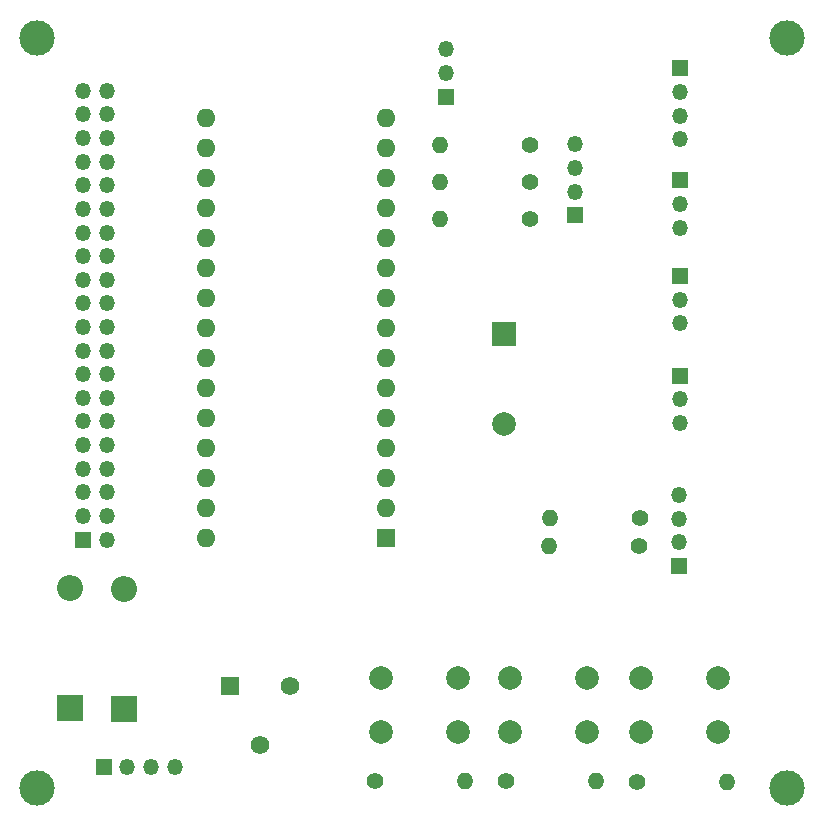
<source format=gts>
G04 #@! TF.GenerationSoftware,KiCad,Pcbnew,7.0.1*
G04 #@! TF.CreationDate,2023-05-07T18:37:19+02:00*
G04 #@! TF.ProjectId,carte_v2,63617274-655f-4763-922e-6b696361645f,rev?*
G04 #@! TF.SameCoordinates,Original*
G04 #@! TF.FileFunction,Soldermask,Top*
G04 #@! TF.FilePolarity,Negative*
%FSLAX46Y46*%
G04 Gerber Fmt 4.6, Leading zero omitted, Abs format (unit mm)*
G04 Created by KiCad (PCBNEW 7.0.1) date 2023-05-07 18:37:19*
%MOMM*%
%LPD*%
G01*
G04 APERTURE LIST*
%ADD10O,1.350000X1.350000*%
%ADD11R,1.350000X1.350000*%
%ADD12O,1.400000X1.400000*%
%ADD13C,1.400000*%
%ADD14R,2.000000X2.000000*%
%ADD15C,2.000000*%
%ADD16C,3.000000*%
%ADD17R,2.200000X2.200000*%
%ADD18O,2.200000X2.200000*%
%ADD19R,1.560000X1.560000*%
%ADD20C,1.560000*%
%ADD21R,1.600000X1.600000*%
%ADD22O,1.600000X1.600000*%
G04 APERTURE END LIST*
D10*
X176270000Y-76830000D03*
X176270000Y-78830000D03*
X176270000Y-80830000D03*
D11*
X176270000Y-82830000D03*
D12*
X165240000Y-81180000D03*
D13*
X172860000Y-81180000D03*
X172910000Y-78730000D03*
D12*
X165290000Y-78730000D03*
D11*
X176350000Y-50180000D03*
D10*
X176350000Y-52180000D03*
X176350000Y-54180000D03*
D11*
X156500000Y-43100000D03*
D10*
X156500000Y-41100000D03*
X156500000Y-39100000D03*
D13*
X163590000Y-53450000D03*
D12*
X155970000Y-53450000D03*
D13*
X150490000Y-101000000D03*
D12*
X158110000Y-101000000D03*
D13*
X163590000Y-47150000D03*
D12*
X155970000Y-47150000D03*
D11*
X127540000Y-99870000D03*
D10*
X129540000Y-99870000D03*
X131540000Y-99870000D03*
X133540000Y-99870000D03*
D11*
X176350000Y-58300000D03*
D10*
X176350000Y-60300000D03*
X176350000Y-62300000D03*
D14*
X161400000Y-63200000D03*
D15*
X161400000Y-70800000D03*
D13*
X172690000Y-101100000D03*
D12*
X180310000Y-101100000D03*
D16*
X121920000Y-38100000D03*
X121920000Y-101600000D03*
D11*
X176330000Y-66720000D03*
D10*
X176330000Y-68720000D03*
X176330000Y-70720000D03*
D17*
X124710000Y-94890000D03*
D18*
X124710000Y-84730000D03*
D19*
X138270000Y-92980000D03*
D20*
X140770000Y-97980000D03*
X143270000Y-92980000D03*
D15*
X173050000Y-92350000D03*
X179550000Y-92350000D03*
X173050000Y-96850000D03*
X179550000Y-96850000D03*
D13*
X161590000Y-101000000D03*
D12*
X169210000Y-101000000D03*
D11*
X167430000Y-53140000D03*
D10*
X167430000Y-51140000D03*
X167430000Y-49140000D03*
X167430000Y-47140000D03*
D15*
X161950000Y-92350000D03*
X168450000Y-92350000D03*
X161950000Y-96850000D03*
X168450000Y-96850000D03*
D13*
X163590000Y-50300000D03*
D12*
X155970000Y-50300000D03*
D16*
X185420000Y-38100000D03*
X185420000Y-101600000D03*
D11*
X176340000Y-40700000D03*
D10*
X176340000Y-42700000D03*
X176340000Y-44700000D03*
X176340000Y-46700000D03*
D21*
X151400000Y-80500000D03*
D22*
X151400000Y-77960000D03*
X151400000Y-75420000D03*
X151400000Y-72880000D03*
X151400000Y-70340000D03*
X151400000Y-67800000D03*
X151400000Y-65260000D03*
X151400000Y-62720000D03*
X151400000Y-60180000D03*
X151400000Y-57640000D03*
X151400000Y-55100000D03*
X151400000Y-52560000D03*
X151400000Y-50020000D03*
X151400000Y-47480000D03*
X151400000Y-44940000D03*
X136160000Y-44940000D03*
X136160000Y-47480000D03*
X136160000Y-50020000D03*
X136160000Y-52560000D03*
X136160000Y-55100000D03*
X136160000Y-57640000D03*
X136160000Y-60180000D03*
X136160000Y-62720000D03*
X136160000Y-65260000D03*
X136160000Y-67800000D03*
X136160000Y-70340000D03*
X136160000Y-72880000D03*
X136160000Y-75420000D03*
X136160000Y-77960000D03*
X136160000Y-80500000D03*
D15*
X151050000Y-92350000D03*
X157550000Y-92350000D03*
X151050000Y-96850000D03*
X157550000Y-96850000D03*
D17*
X129240000Y-94900000D03*
D18*
X129240000Y-84740000D03*
D11*
X125800000Y-80600000D03*
D10*
X127800000Y-80600000D03*
X125800000Y-78600000D03*
X127800000Y-78600000D03*
X125800000Y-76600000D03*
X127800000Y-76600000D03*
X125800000Y-74600000D03*
X127800000Y-74600000D03*
X125800000Y-72600000D03*
X127800000Y-72600000D03*
X125800000Y-70600000D03*
X127800000Y-70600000D03*
X125800000Y-68600000D03*
X127800000Y-68600000D03*
X125800000Y-66600000D03*
X127800000Y-66600000D03*
X125800000Y-64600000D03*
X127800000Y-64600000D03*
X125800000Y-62600000D03*
X127800000Y-62600000D03*
X125800000Y-60600000D03*
X127800000Y-60600000D03*
X125800000Y-58600000D03*
X127800000Y-58600000D03*
X125800000Y-56600000D03*
X127800000Y-56600000D03*
X125800000Y-54600000D03*
X127800000Y-54600000D03*
X125800000Y-52600000D03*
X127800000Y-52600000D03*
X125800000Y-50600000D03*
X127800000Y-50600000D03*
X125800000Y-48600000D03*
X127800000Y-48600000D03*
X125800000Y-46600000D03*
X127800000Y-46600000D03*
X125800000Y-44600000D03*
X127800000Y-44600000D03*
X125800000Y-42600000D03*
X127800000Y-42600000D03*
M02*

</source>
